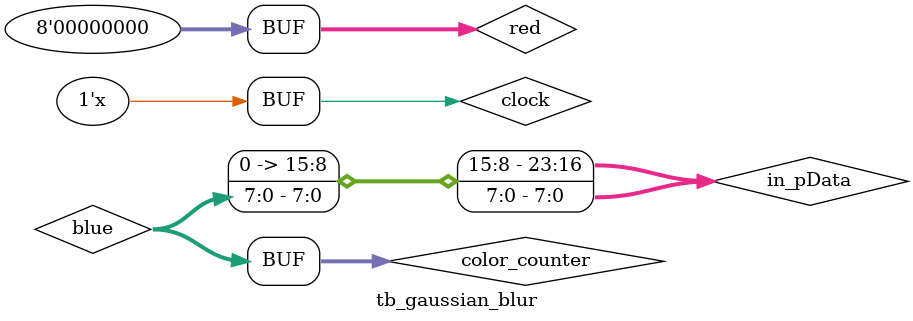
<source format=v>
`timescale 1ns / 1ps


module tb_gaussian_blur;

reg clock = 0;
wire hSync;
wire vSync;
wire vdEnable;
wire [23:0] in_pData;
wire [23:0] out_pData;

always #6.75 clock = ~clock;

wire [7:0] red;
wire [7:0] green;
wire [7:0] blue;
reg [10:0] CounterX = 0;  // counts from 0 to 1649
reg [9:0] CounterY = 0;  // counts from 0 to 749
reg [7:0] color_counter = 0;

always @(posedge clock) begin
        CounterX <= (CounterX==1649) ? 0 : CounterX+1;
        if(CounterX==1649) CounterY <= (CounterY==749) ? 0 : CounterY+1;
        color_counter = color_counter+1;
    end
    
assign red = 8'd0;
assign green = CounterY%2 ? 8'd128 : 8'd255;
assign blue = color_counter;
assign in_pData = {red, green, blue};

assign hSync = (CounterX>=1390) && (CounterX<1430);
assign vSync = (CounterY>=725) && (CounterY<730);
assign vdEnable = (CounterX<1280) && (CounterY<720);


design_2_wrapper design_2_wrapper_i (
    .clock_0 (clock),
    .hSync_0 (hSync),
    .out_pData_0 (out_pData),
    .pData_0 (in_pData),
    .vSync_0 (vSync),
    .vdEnable_0 (vdEnable));

//(
//        .clock (clock),
//        .hSync (hSync),
//        .vSync (vSync),
//        .vdEnable (vdEnable),
//        .pData (in_pData),
//        .out_pData (out_pData)
//    );

endmodule

</source>
